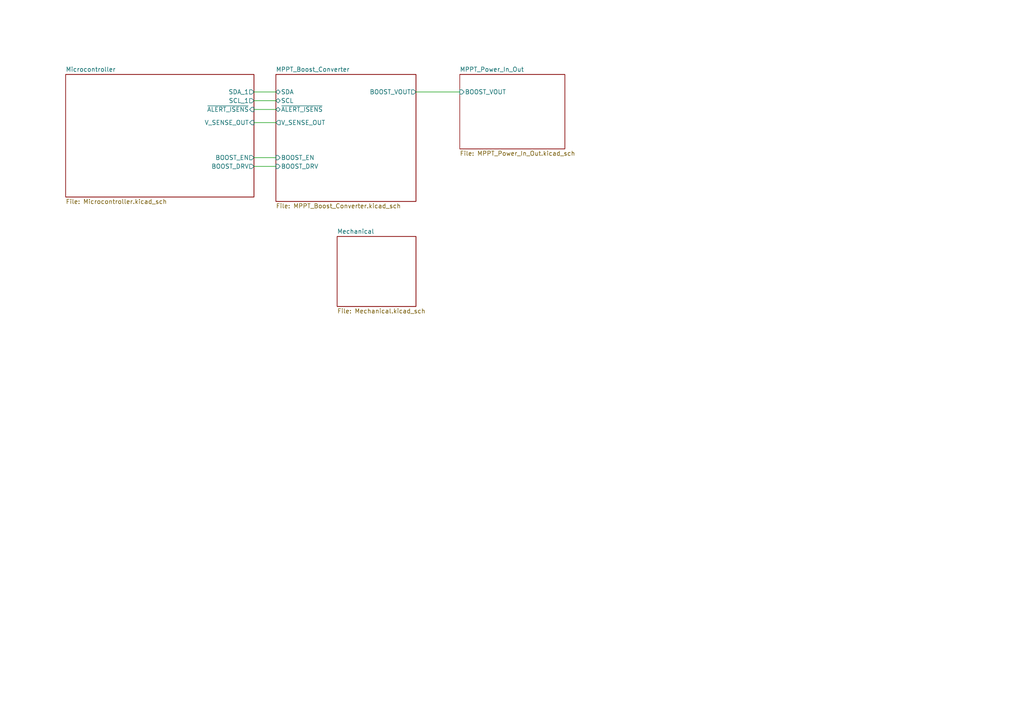
<source format=kicad_sch>
(kicad_sch (version 20211123) (generator eeschema)
  (paper "A4")
  (title_block (title "MPPT") (date "2020-11-16") (rev "Rev 2.1") (comment 1 "Wilhelm Zeuschner") (comment 2 "MPPT Solarboot Team HS Emden"))
  (lib_symbols)
  (wire (pts (xy 73.66 35.56) (xy 80.01 35.56)))
  (wire (pts (xy 120.65 26.67) (xy 133.35 26.67)))
  (wire (pts (xy 80.01 31.75) (xy 73.66 31.75)))
  (wire (pts (xy 80.01 29.21) (xy 73.66 29.21)))
  (wire (pts (xy 73.66 45.72) (xy 80.01 45.72)))
  (wire (pts (xy 73.66 26.67) (xy 80.01 26.67)))
  (wire (pts (xy 80.01 48.26) (xy 73.66 48.26)))
  (sheet (at 19.05 21.59) (size 54.61 35.56)
    (property "Sheet name" "Microcontroller" (at 19.05 20.8784 0) (effects (justify left bottom)))
    (property "Sheet file" "Microcontroller.kicad_sch" (at 19.05 57.7346 0) (effects (justify left top)))
    (pin "SDA_1" output (at 73.66 26.67 0))
    (pin "SCL_1" output (at 73.66 29.21 0))
    (pin "V_SENSE_OUT" input (at 73.66 35.56 0))
    (pin "BOOST_EN" output (at 73.66 45.72 0))
    (pin "BOOST_DRV" output (at 73.66 48.26 0))
    (pin "~{ALERT_ISENS}" input (at 73.66 31.75 0))
  )
  (sheet (at 80.01 21.59) (size 40.64 36.83)
    (property "Sheet name" "MPPT_Boost_Converter" (at 80.01 20.8784 0) (effects (justify left bottom)))
    (property "Sheet file" "MPPT_Boost_Converter.kicad_sch" (at 80.01 59.0046 0) (effects (justify left top)))
    (pin "BOOST_EN" input (at 80.01 45.72 180))
    (pin "BOOST_DRV" input (at 80.01 48.26 180))
    (pin "SDA" bidirectional (at 80.01 26.67 180))
    (pin "SCL" bidirectional (at 80.01 29.21 180))
    (pin "V_SENSE_OUT" output (at 80.01 35.56 180))
    (pin "~{ALERT_ISENS}" bidirectional (at 80.01 31.75 180))
    (pin "BOOST_VOUT" output (at 120.65 26.67 0))
  )
  (sheet (at 97.79 68.58) (size 22.86 20.32)
    (property "Sheet name" "Mechanical" (at 97.79 67.8684 0) (effects (justify left bottom)))
    (property "Sheet file" "Mechanical.kicad_sch" (at 97.79 89.4846 0) (effects (justify left top)))
  )
  (sheet (at 133.35 21.59) (size 30.48 21.59)
    (property "Sheet name" "MPPT_Power_In_Out" (at 133.35 20.8784 0) (effects (justify left bottom)))
    (property "Sheet file" "MPPT_Power_In_Out.kicad_sch" (at 133.35 43.7646 0) (effects (justify left top)))
    (pin "BOOST_VOUT" input (at 133.35 26.67 180))
  )
)
</source>
